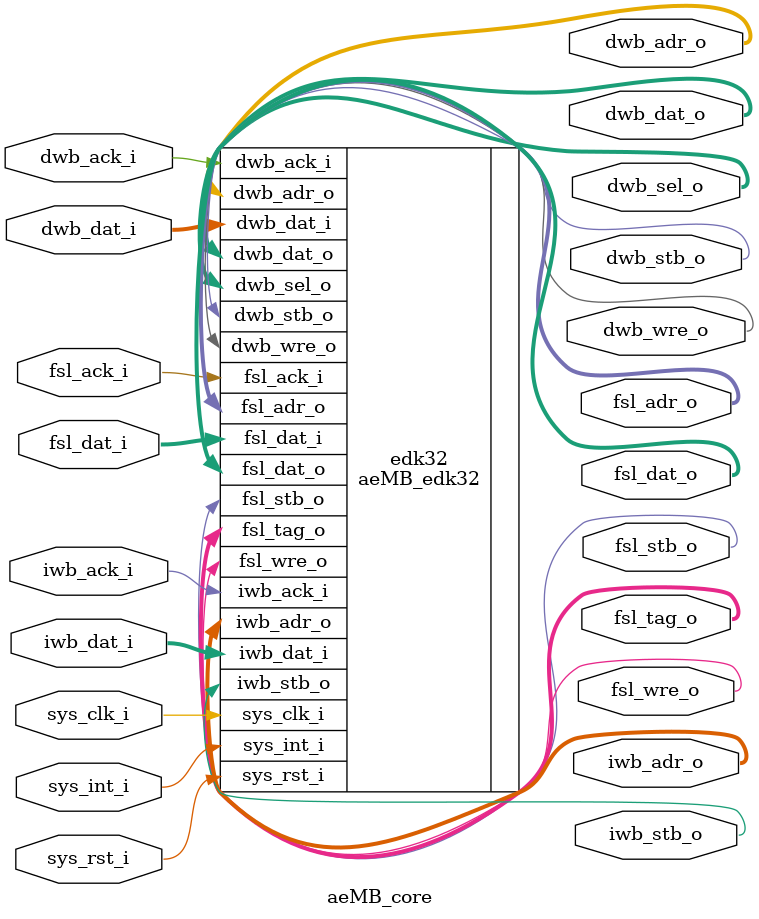
<source format=v>


module aeMB_core (/*AUTOARG*/
   // Outputs
   iwb_stb_o, iwb_adr_o, fsl_wre_o, fsl_tag_o, fsl_stb_o, fsl_dat_o,
   fsl_adr_o, dwb_wre_o, dwb_stb_o, dwb_sel_o, dwb_dat_o, dwb_adr_o,
   // Inputs
   sys_rst_i, sys_int_i, sys_clk_i, iwb_dat_i, iwb_ack_i, fsl_dat_i,
   fsl_ack_i, dwb_dat_i, dwb_ack_i
   );
   // Instruction WB address space
   parameter ISIZ = 32;
   // Data WB address space
   parameter DSIZ = 32;
   // Multiplier
   parameter MUL = 1;
   // Barrel Shifter
   parameter BSF = 1;   

   /*AUTOOUTPUT*/
   // Beginning of automatic outputs (from unused autoinst outputs)
   output [DSIZ-1:2]	dwb_adr_o;		// From edk32 of aeMB_edk32.v
   output [31:0]	dwb_dat_o;		// From edk32 of aeMB_edk32.v
   output [3:0]		dwb_sel_o;		// From edk32 of aeMB_edk32.v
   output		dwb_stb_o;		// From edk32 of aeMB_edk32.v
   output		dwb_wre_o;		// From edk32 of aeMB_edk32.v
   output [6:2]		fsl_adr_o;		// From edk32 of aeMB_edk32.v
   output [31:0]	fsl_dat_o;		// From edk32 of aeMB_edk32.v
   output		fsl_stb_o;		// From edk32 of aeMB_edk32.v
   output [1:0]		fsl_tag_o;		// From edk32 of aeMB_edk32.v
   output		fsl_wre_o;		// From edk32 of aeMB_edk32.v
   output [ISIZ-1:2]	iwb_adr_o;		// From edk32 of aeMB_edk32.v
   output		iwb_stb_o;		// From edk32 of aeMB_edk32.v
   // End of automatics
   /*AUTOINPUT*/
   // Beginning of automatic inputs (from unused autoinst inputs)
   input		dwb_ack_i;		// To edk32 of aeMB_edk32.v
   input [31:0]		dwb_dat_i;		// To edk32 of aeMB_edk32.v
   input		fsl_ack_i;		// To edk32 of aeMB_edk32.v
   input [31:0]		fsl_dat_i;		// To edk32 of aeMB_edk32.v
   input		iwb_ack_i;		// To edk32 of aeMB_edk32.v
   input [31:0]		iwb_dat_i;		// To edk32 of aeMB_edk32.v
   input		sys_clk_i;		// To edk32 of aeMB_edk32.v
   input		sys_int_i;		// To edk32 of aeMB_edk32.v
   input		sys_rst_i;		// To edk32 of aeMB_edk32.v
   // End of automatics
   /*AUTOWIRE*/

   // INSTANTIATIONS /////////////////////////////////////////////////////////////////

   /* 
    aeMB_edk32 AUTO_TEMPLATE (
    .dwb_adr_o(dwb_adr_o[DSIZ-1:2]),
    .iwb_adr_o(iwb_adr_o[ISIZ-1:2]),
    );
    */
   
   aeMB_edk32 #(ISIZ, DSIZ, MUL, BSF)
   edk32 (/*AUTOINST*/
	  // Outputs
	  .dwb_adr_o			(dwb_adr_o[DSIZ-1:2]),	 // Templated
	  .dwb_dat_o			(dwb_dat_o[31:0]),
	  .dwb_sel_o			(dwb_sel_o[3:0]),
	  .dwb_stb_o			(dwb_stb_o),
	  .dwb_wre_o			(dwb_wre_o),
	  .fsl_adr_o			(fsl_adr_o[6:2]),
	  .fsl_dat_o			(fsl_dat_o[31:0]),
	  .fsl_stb_o			(fsl_stb_o),
	  .fsl_tag_o			(fsl_tag_o[1:0]),
	  .fsl_wre_o			(fsl_wre_o),
	  .iwb_adr_o			(iwb_adr_o[ISIZ-1:2]),	 // Templated
	  .iwb_stb_o			(iwb_stb_o),
	  // Inputs
	  .dwb_ack_i			(dwb_ack_i),
	  .dwb_dat_i			(dwb_dat_i[31:0]),
	  .fsl_ack_i			(fsl_ack_i),
	  .fsl_dat_i			(fsl_dat_i[31:0]),
	  .iwb_ack_i			(iwb_ack_i),
	  .iwb_dat_i			(iwb_dat_i[31:0]),
	  .sys_int_i			(sys_int_i),
	  .sys_clk_i			(sys_clk_i),
	  .sys_rst_i			(sys_rst_i));
   
   
endmodule // aeMB_core

</source>
